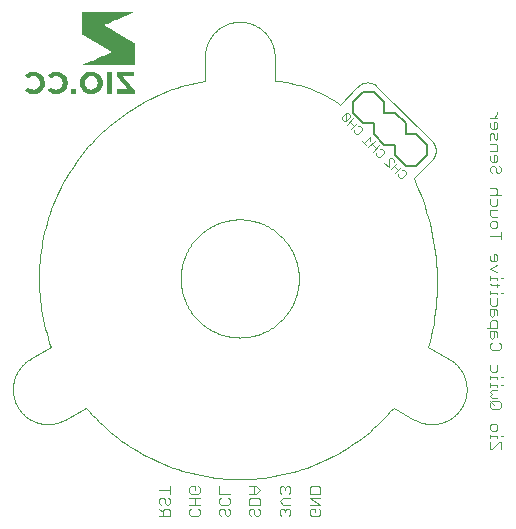
<source format=gbr>
G04 EAGLE Gerber RS-274X export*
G75*
%MOMM*%
%FSLAX34Y34*%
%LPD*%
%INSilkscreen Bottom*%
%IPPOS*%
%AMOC8*
5,1,8,0,0,1.08239X$1,22.5*%
G01*
%ADD10C,0.101600*%
%ADD11C,0.100000*%
%ADD12C,0.203200*%
%ADD13C,0.076200*%

G36*
X144131Y413827D02*
X144131Y413827D01*
X144130Y413828D01*
X144131Y413829D01*
X144131Y432539D01*
X144126Y432544D01*
X144126Y432549D01*
X143890Y432703D01*
X143889Y432703D01*
X142455Y433542D01*
X141022Y434378D01*
X139586Y435214D01*
X138150Y436048D01*
X136713Y436882D01*
X135277Y437716D01*
X133842Y438550D01*
X132404Y439384D01*
X130969Y440218D01*
X129555Y441039D01*
X128141Y441860D01*
X126730Y442683D01*
X123906Y444329D01*
X122496Y445155D01*
X121086Y445984D01*
X119680Y446814D01*
X118304Y447651D01*
X119838Y448336D01*
X121401Y449007D01*
X122968Y449675D01*
X124536Y450341D01*
X126103Y451004D01*
X127672Y451666D01*
X129241Y452328D01*
X130812Y452987D01*
X132418Y453662D01*
X134023Y454336D01*
X135629Y455011D01*
X137235Y455688D01*
X138840Y456363D01*
X140446Y457039D01*
X142050Y457718D01*
X143654Y458400D01*
X143656Y458405D01*
X143661Y458409D01*
X143659Y458411D01*
X143661Y458414D01*
X143654Y458417D01*
X143650Y458423D01*
X142004Y458531D01*
X142003Y458531D01*
X141669Y458535D01*
X141666Y458535D01*
X140560Y458546D01*
X140560Y458547D01*
X140557Y458547D01*
X140304Y458549D01*
X138881Y458558D01*
X138876Y458558D01*
X138605Y458560D01*
X136906Y458568D01*
X135585Y458570D01*
X135570Y458570D01*
X135207Y458571D01*
X133508Y458575D01*
X131809Y458577D01*
X130109Y458578D01*
X128410Y458580D01*
X126711Y458580D01*
X125012Y458582D01*
X121614Y458582D01*
X121495Y458582D01*
X121466Y458582D01*
X119895Y458584D01*
X114738Y458584D01*
X113019Y458586D01*
X109580Y458586D01*
X107861Y458588D01*
X102704Y458588D01*
X100985Y458589D01*
X100985Y458590D01*
X99266Y458590D01*
X99254Y458579D01*
X99255Y458578D01*
X99254Y458578D01*
X99254Y439790D01*
X99259Y439785D01*
X99260Y439780D01*
X100699Y438946D01*
X103581Y437274D01*
X105021Y436439D01*
X106462Y435605D01*
X107901Y434769D01*
X109342Y433933D01*
X110783Y433097D01*
X112223Y432262D01*
X113665Y431426D01*
X115108Y430588D01*
X116549Y429751D01*
X117991Y428911D01*
X119433Y428072D01*
X120875Y427233D01*
X122314Y426389D01*
X123753Y425546D01*
X125165Y424704D01*
X123524Y423989D01*
X121854Y423280D01*
X120185Y422574D01*
X118515Y421870D01*
X116843Y421166D01*
X115170Y420464D01*
X113499Y419761D01*
X111889Y419086D01*
X110278Y418410D01*
X108667Y417735D01*
X107058Y417060D01*
X105446Y416384D01*
X103835Y415709D01*
X100616Y414355D01*
X99419Y413849D01*
X99416Y413843D01*
X99411Y413839D01*
X99413Y413837D01*
X99412Y413835D01*
X99418Y413831D01*
X99423Y413826D01*
X104580Y413826D01*
X106298Y413824D01*
X113174Y413824D01*
X114893Y413822D01*
X121771Y413822D01*
X123490Y413820D01*
X130367Y413820D01*
X132086Y413819D01*
X138962Y413819D01*
X140681Y413817D01*
X144119Y413817D01*
X144131Y413827D01*
G37*
G36*
X108260Y389481D02*
X108260Y389481D01*
X108802Y389494D01*
X108803Y389494D01*
X110067Y389671D01*
X110067Y389672D01*
X110068Y389672D01*
X110069Y389672D01*
X111759Y390275D01*
X111760Y390277D01*
X111761Y390276D01*
X113308Y391189D01*
X113309Y391190D01*
X113310Y391190D01*
X114660Y392373D01*
X114660Y392375D01*
X114661Y392375D01*
X115746Y393754D01*
X115745Y393755D01*
X115747Y393756D01*
X116546Y395316D01*
X116546Y395317D01*
X116547Y395318D01*
X117011Y397010D01*
X117011Y397011D01*
X117012Y397012D01*
X117156Y398758D01*
X117155Y398759D01*
X117156Y398760D01*
X117021Y400552D01*
X117020Y400554D01*
X117020Y400555D01*
X116538Y402287D01*
X116536Y402288D01*
X116537Y402289D01*
X115732Y403876D01*
X115731Y403877D01*
X115731Y403878D01*
X114635Y405281D01*
X114634Y405281D01*
X114634Y405282D01*
X113295Y406458D01*
X113294Y406458D01*
X113294Y406460D01*
X111765Y407370D01*
X111763Y407370D01*
X111763Y407371D01*
X110091Y407988D01*
X110090Y407987D01*
X110089Y407988D01*
X108690Y408213D01*
X108689Y408213D01*
X108261Y408235D01*
X107886Y408254D01*
X107409Y408278D01*
X107273Y408285D01*
X107272Y408284D01*
X107272Y408285D01*
X105858Y408204D01*
X105857Y408203D01*
X105856Y408204D01*
X104091Y407750D01*
X104090Y407749D01*
X104089Y407750D01*
X102425Y407005D01*
X102424Y407004D01*
X102423Y407004D01*
X100914Y405984D01*
X100914Y405982D01*
X100912Y405982D01*
X99929Y404971D01*
X99929Y404970D01*
X99927Y404970D01*
X99114Y403817D01*
X99114Y403816D01*
X99113Y403816D01*
X98458Y402565D01*
X98458Y402564D01*
X98457Y402564D01*
X97986Y401234D01*
X97986Y401232D01*
X97985Y401232D01*
X97769Y399670D01*
X97770Y399669D01*
X97769Y399668D01*
X97769Y398088D01*
X97770Y398087D01*
X97769Y398086D01*
X97987Y396525D01*
X97988Y396524D01*
X97987Y396522D01*
X98549Y394951D01*
X98550Y394951D01*
X98550Y394950D01*
X99371Y393496D01*
X99372Y393495D01*
X99372Y393494D01*
X100434Y392208D01*
X100436Y392208D01*
X100436Y392207D01*
X101711Y391131D01*
X101712Y391131D01*
X101712Y391130D01*
X103155Y390294D01*
X103157Y390295D01*
X103157Y390294D01*
X104552Y389758D01*
X104554Y389758D01*
X104555Y389757D01*
X106029Y389508D01*
X106030Y389509D01*
X106030Y389508D01*
X107524Y389464D01*
X107525Y389465D01*
X107525Y389464D01*
X108260Y389481D01*
G37*
G36*
X144235Y389676D02*
X144235Y389676D01*
X144235Y389677D01*
X144233Y391219D01*
X144230Y392761D01*
X144226Y392765D01*
X144227Y392769D01*
X143228Y393930D01*
X142230Y395089D01*
X140233Y397412D01*
X139234Y398571D01*
X138236Y399733D01*
X137235Y400894D01*
X136237Y402053D01*
X135238Y403215D01*
X134257Y404355D01*
X135844Y404364D01*
X139070Y404382D01*
X140683Y404391D01*
X142296Y404400D01*
X143911Y404409D01*
X143923Y404420D01*
X143922Y404421D01*
X143923Y404421D01*
X143923Y407975D01*
X143912Y407986D01*
X143911Y407986D01*
X143911Y407987D01*
X128958Y407987D01*
X128947Y407976D01*
X128947Y407975D01*
X128946Y407975D01*
X128946Y404942D01*
X128950Y404939D01*
X128949Y404935D01*
X129951Y403768D01*
X130954Y402603D01*
X131956Y401436D01*
X132958Y400271D01*
X133960Y399106D01*
X134962Y397940D01*
X135965Y396775D01*
X136967Y395608D01*
X137969Y394443D01*
X138954Y393296D01*
X138746Y393295D01*
X138741Y393295D01*
X137310Y393287D01*
X136566Y393283D01*
X136561Y393283D01*
X135639Y393278D01*
X134385Y393271D01*
X134380Y393271D01*
X133969Y393268D01*
X132300Y393259D01*
X132208Y393259D01*
X132202Y393259D01*
X130628Y393250D01*
X129872Y393247D01*
X129865Y393247D01*
X128958Y393243D01*
X128946Y393232D01*
X128947Y393232D01*
X128946Y393231D01*
X128946Y389677D01*
X128957Y389666D01*
X128958Y389666D01*
X144223Y389666D01*
X144235Y389676D01*
G37*
G36*
X78797Y389465D02*
X78797Y389465D01*
X78798Y389464D01*
X80506Y389660D01*
X80507Y389662D01*
X80508Y389661D01*
X82077Y390215D01*
X82078Y390216D01*
X82079Y390216D01*
X83530Y391031D01*
X83530Y391033D01*
X83531Y391033D01*
X84802Y392104D01*
X84803Y392106D01*
X84804Y392106D01*
X85854Y393395D01*
X85854Y393397D01*
X85855Y393397D01*
X86658Y394855D01*
X86657Y394856D01*
X86659Y394856D01*
X87214Y396425D01*
X87214Y396427D01*
X87215Y396428D01*
X87387Y397644D01*
X87386Y397645D01*
X87387Y397645D01*
X87402Y398878D01*
X87401Y398878D01*
X87402Y398878D01*
X87372Y400215D01*
X87371Y400216D01*
X87372Y400217D01*
X87114Y401525D01*
X87113Y401526D01*
X87114Y401527D01*
X86547Y402999D01*
X86546Y403000D01*
X86546Y403001D01*
X85756Y404367D01*
X85755Y404367D01*
X85755Y404369D01*
X84744Y405579D01*
X84742Y405579D01*
X84742Y405581D01*
X83535Y406594D01*
X83534Y406594D01*
X83533Y406595D01*
X82167Y407382D01*
X82166Y407381D01*
X82165Y407382D01*
X80690Y407942D01*
X80688Y407941D01*
X80688Y407942D01*
X79128Y408230D01*
X79127Y408229D01*
X79126Y408230D01*
X79117Y408230D01*
X78804Y408242D01*
X78491Y408254D01*
X78178Y408266D01*
X78177Y408266D01*
X77865Y408278D01*
X77864Y408278D01*
X77551Y408290D01*
X77542Y408290D01*
X77541Y408290D01*
X75961Y408149D01*
X75960Y408149D01*
X75959Y408149D01*
X74611Y407853D01*
X74610Y407852D01*
X73318Y407364D01*
X73318Y407363D01*
X73317Y407363D01*
X72126Y406665D01*
X72126Y406663D01*
X72125Y406664D01*
X71035Y405815D01*
X71034Y405815D01*
X70676Y405508D01*
X70675Y405499D01*
X70674Y405498D01*
X70674Y405497D01*
X70674Y405492D01*
X70675Y405492D01*
X70675Y405491D01*
X71317Y404752D01*
X71957Y404015D01*
X73240Y402537D01*
X73247Y402536D01*
X73249Y402536D01*
X73256Y402535D01*
X73257Y402535D01*
X74006Y403098D01*
X75420Y403971D01*
X76995Y404493D01*
X78652Y404521D01*
X80232Y404023D01*
X81511Y403125D01*
X82460Y401884D01*
X83038Y400430D01*
X83237Y398876D01*
X83058Y397321D01*
X82498Y395859D01*
X81573Y394598D01*
X80507Y393764D01*
X79245Y393279D01*
X77895Y393140D01*
X76427Y393288D01*
X75051Y393812D01*
X73836Y394654D01*
X73164Y395208D01*
X73148Y395207D01*
X71853Y393901D01*
X71206Y393250D01*
X70558Y392597D01*
X70558Y392594D01*
X70558Y392593D01*
X70557Y392582D01*
X70559Y392582D01*
X70559Y392580D01*
X71237Y391955D01*
X71238Y391955D01*
X71238Y391954D01*
X72474Y390956D01*
X72475Y390956D01*
X72475Y390955D01*
X73854Y390170D01*
X73856Y390170D01*
X73856Y390169D01*
X75360Y389661D01*
X75361Y389661D01*
X75362Y389660D01*
X77072Y389468D01*
X77073Y389469D01*
X77073Y389468D01*
X78796Y389464D01*
X78797Y389465D01*
G37*
G36*
X59532Y389463D02*
X59532Y389463D01*
X59533Y389463D01*
X61281Y389664D01*
X61283Y389665D01*
X61284Y389664D01*
X62853Y390233D01*
X62854Y390235D01*
X62855Y390234D01*
X64293Y391081D01*
X64293Y391082D01*
X64294Y391082D01*
X65554Y392176D01*
X65555Y392177D01*
X65556Y392177D01*
X66596Y393481D01*
X66596Y393483D01*
X66598Y393483D01*
X67391Y394952D01*
X67391Y394953D01*
X67392Y394953D01*
X67915Y396539D01*
X67915Y396540D01*
X67916Y396541D01*
X67919Y396564D01*
X67926Y396612D01*
X67931Y396647D01*
X67933Y396659D01*
X67938Y396695D01*
X67940Y396707D01*
X67945Y396743D01*
X67952Y396791D01*
X67959Y396838D01*
X67960Y396838D01*
X67959Y396838D01*
X67967Y396886D01*
X67972Y396922D01*
X67974Y396934D01*
X67979Y396970D01*
X67981Y396982D01*
X67986Y397017D01*
X67993Y397065D01*
X68000Y397113D01*
X68007Y397161D01*
X68012Y397196D01*
X68012Y397197D01*
X68014Y397208D01*
X68019Y397244D01*
X68021Y397256D01*
X68026Y397292D01*
X68033Y397340D01*
X68040Y397387D01*
X68040Y397388D01*
X68047Y397435D01*
X68053Y397471D01*
X68054Y397483D01*
X68060Y397519D01*
X68061Y397531D01*
X68067Y397567D01*
X68074Y397614D01*
X68081Y397662D01*
X68088Y397710D01*
X68093Y397746D01*
X68095Y397758D01*
X68100Y397793D01*
X68102Y397805D01*
X68107Y397841D01*
X68114Y397889D01*
X68121Y397937D01*
X68128Y397984D01*
X68134Y398020D01*
X68135Y398032D01*
X68141Y398068D01*
X68142Y398080D01*
X68148Y398116D01*
X68155Y398163D01*
X68159Y398192D01*
X68158Y398194D01*
X68159Y398195D01*
X68115Y399862D01*
X68114Y399863D01*
X68115Y399864D01*
X67813Y401463D01*
X67812Y401464D01*
X67813Y401465D01*
X67253Y402992D01*
X67252Y402992D01*
X67252Y402994D01*
X66437Y404400D01*
X66435Y404400D01*
X66435Y404402D01*
X65380Y405638D01*
X65379Y405638D01*
X65379Y405639D01*
X64120Y406669D01*
X64119Y406669D01*
X64119Y406670D01*
X62699Y407464D01*
X62698Y407464D01*
X62698Y407465D01*
X61167Y408015D01*
X61165Y408014D01*
X61164Y408016D01*
X59398Y408244D01*
X59397Y408244D01*
X59396Y408244D01*
X58030Y408240D01*
X58019Y408240D01*
X57611Y408239D01*
X57611Y408238D01*
X57610Y408239D01*
X55843Y408010D01*
X55842Y408009D01*
X55841Y408010D01*
X54305Y407483D01*
X54304Y407482D01*
X54303Y407482D01*
X52873Y406718D01*
X52872Y406716D01*
X52871Y406717D01*
X52130Y406141D01*
X52130Y406140D01*
X52129Y406140D01*
X51476Y405476D01*
X51476Y405460D01*
X52267Y404471D01*
X52268Y404470D01*
X53105Y403515D01*
X53106Y403515D01*
X53987Y402604D01*
X54001Y402603D01*
X54003Y402603D01*
X54785Y403155D01*
X55956Y403915D01*
X57259Y404404D01*
X58646Y404541D01*
X60101Y404347D01*
X61440Y403756D01*
X62540Y402791D01*
X63330Y401556D01*
X63797Y400220D01*
X63914Y398809D01*
X63724Y397221D01*
X63133Y395737D01*
X62144Y394483D01*
X60825Y393585D01*
X59869Y393230D01*
X58848Y393155D01*
X57290Y393237D01*
X55830Y393768D01*
X54545Y394650D01*
X53826Y395214D01*
X53810Y395213D01*
X52592Y393989D01*
X51372Y392654D01*
X51372Y392638D01*
X52215Y391729D01*
X52216Y391728D01*
X53176Y390937D01*
X53178Y390938D01*
X53178Y390936D01*
X54550Y390192D01*
X54551Y390192D01*
X54551Y390191D01*
X56020Y389668D01*
X56022Y389669D01*
X56023Y389667D01*
X57769Y389464D01*
X57770Y389465D01*
X57770Y389464D01*
X59532Y389463D01*
X59532Y389463D01*
G37*
%LPC*%
G36*
X106066Y393252D02*
X106066Y393252D01*
X104718Y393795D01*
X103576Y394697D01*
X102704Y395863D01*
X102151Y397208D01*
X101997Y398778D01*
X102138Y400269D01*
X102656Y401669D01*
X103549Y402868D01*
X104789Y403846D01*
X106257Y404426D01*
X107830Y404566D01*
X108258Y404483D01*
X109379Y404260D01*
X110862Y403415D01*
X111997Y402134D01*
X112707Y400576D01*
X112948Y398882D01*
X112707Y397128D01*
X111970Y395520D01*
X110762Y394228D01*
X109205Y393387D01*
X108258Y393237D01*
X107645Y393142D01*
X106066Y393252D01*
G37*
%LPD*%
G36*
X124998Y389676D02*
X124998Y389676D01*
X124997Y389677D01*
X124998Y389677D01*
X124998Y407975D01*
X124988Y407986D01*
X124987Y407986D01*
X124986Y407987D01*
X120908Y407987D01*
X120896Y407976D01*
X120897Y407975D01*
X120896Y407975D01*
X120896Y389677D01*
X120906Y389666D01*
X120907Y389666D01*
X120908Y389666D01*
X124986Y389666D01*
X124998Y389676D01*
G37*
G36*
X94677Y389676D02*
X94677Y389676D01*
X94676Y389677D01*
X94677Y389677D01*
X94677Y393860D01*
X94666Y393872D01*
X94665Y393871D01*
X94665Y393872D01*
X90482Y393872D01*
X90470Y393861D01*
X90471Y393861D01*
X90470Y393860D01*
X90470Y389677D01*
X90481Y389666D01*
X90482Y389666D01*
X94665Y389666D01*
X94677Y389676D01*
G37*
D10*
X299981Y38359D02*
X301506Y36834D01*
X301506Y33783D01*
X299981Y32258D01*
X293879Y32258D01*
X292354Y33783D01*
X292354Y36834D01*
X293879Y38359D01*
X296930Y38359D01*
X296930Y35309D01*
X292354Y41613D02*
X301506Y41613D01*
X292354Y47714D01*
X301506Y47714D01*
X301506Y50968D02*
X292354Y50968D01*
X292354Y55544D01*
X293879Y57070D01*
X299981Y57070D01*
X301506Y55544D01*
X301506Y50968D01*
X276106Y33783D02*
X274581Y32258D01*
X276106Y33783D02*
X276106Y36834D01*
X274581Y38359D01*
X273055Y38359D01*
X271530Y36834D01*
X271530Y35309D01*
X271530Y36834D02*
X270005Y38359D01*
X268479Y38359D01*
X266954Y36834D01*
X266954Y33783D01*
X268479Y32258D01*
X270005Y41613D02*
X276106Y41613D01*
X270005Y41613D02*
X266954Y44664D01*
X270005Y47714D01*
X276106Y47714D01*
X274581Y50968D02*
X276106Y52494D01*
X276106Y55544D01*
X274581Y57070D01*
X273055Y57070D01*
X271530Y55544D01*
X271530Y54019D01*
X271530Y55544D02*
X270005Y57070D01*
X268479Y57070D01*
X266954Y55544D01*
X266954Y52494D01*
X268479Y50968D01*
X250198Y36834D02*
X248673Y38359D01*
X250198Y36834D02*
X250198Y33783D01*
X248673Y32258D01*
X247147Y32258D01*
X245622Y33783D01*
X245622Y36834D01*
X244097Y38359D01*
X242571Y38359D01*
X241046Y36834D01*
X241046Y33783D01*
X242571Y32258D01*
X241046Y41613D02*
X250198Y41613D01*
X241046Y41613D02*
X241046Y46189D01*
X242571Y47714D01*
X248673Y47714D01*
X250198Y46189D01*
X250198Y41613D01*
X247147Y50968D02*
X241046Y50968D01*
X247147Y50968D02*
X250198Y54019D01*
X247147Y57070D01*
X241046Y57070D01*
X245622Y57070D02*
X245622Y50968D01*
X225052Y36834D02*
X223527Y38359D01*
X225052Y36834D02*
X225052Y33783D01*
X223527Y32258D01*
X222001Y32258D01*
X220476Y33783D01*
X220476Y36834D01*
X218951Y38359D01*
X217425Y38359D01*
X215900Y36834D01*
X215900Y33783D01*
X217425Y32258D01*
X225052Y46189D02*
X223527Y47714D01*
X225052Y46189D02*
X225052Y43138D01*
X223527Y41613D01*
X217425Y41613D01*
X215900Y43138D01*
X215900Y46189D01*
X217425Y47714D01*
X215900Y50968D02*
X225052Y50968D01*
X215900Y50968D02*
X215900Y57070D01*
X198127Y38359D02*
X199652Y36834D01*
X199652Y33783D01*
X198127Y32258D01*
X192025Y32258D01*
X190500Y33783D01*
X190500Y36834D01*
X192025Y38359D01*
X190500Y41613D02*
X199652Y41613D01*
X195076Y41613D02*
X195076Y47714D01*
X199652Y47714D02*
X190500Y47714D01*
X199652Y55544D02*
X198127Y57070D01*
X199652Y55544D02*
X199652Y52494D01*
X198127Y50968D01*
X192025Y50968D01*
X190500Y52494D01*
X190500Y55544D01*
X192025Y57070D01*
X195076Y57070D01*
X195076Y54019D01*
X174252Y32258D02*
X165100Y32258D01*
X174252Y32258D02*
X174252Y36834D01*
X172727Y38359D01*
X169676Y38359D01*
X168151Y36834D01*
X168151Y32258D01*
X168151Y35309D02*
X165100Y38359D01*
X174252Y46189D02*
X172727Y47714D01*
X174252Y46189D02*
X174252Y43138D01*
X172727Y41613D01*
X171201Y41613D01*
X169676Y43138D01*
X169676Y46189D01*
X168151Y47714D01*
X166625Y47714D01*
X165100Y46189D01*
X165100Y43138D01*
X166625Y41613D01*
X165100Y54019D02*
X174252Y54019D01*
X174252Y50968D02*
X174252Y57070D01*
X454414Y88646D02*
X454414Y94747D01*
X452889Y94747D01*
X446787Y88646D01*
X445262Y88646D01*
X445262Y94747D01*
X451363Y98001D02*
X451363Y99526D01*
X445262Y99526D01*
X445262Y98001D02*
X445262Y101052D01*
X454414Y99526D02*
X455939Y99526D01*
X445262Y105763D02*
X445262Y108814D01*
X446787Y110339D01*
X449838Y110339D01*
X451363Y108814D01*
X451363Y105763D01*
X449838Y104238D01*
X446787Y104238D01*
X445262Y105763D01*
X446787Y122948D02*
X452889Y122948D01*
X454414Y124474D01*
X454414Y127524D01*
X452889Y129050D01*
X446787Y129050D01*
X445262Y127524D01*
X445262Y124474D01*
X446787Y122948D01*
X448313Y125999D02*
X445262Y129050D01*
X446787Y132304D02*
X451363Y132304D01*
X446787Y132304D02*
X445262Y133829D01*
X446787Y135354D01*
X445262Y136879D01*
X446787Y138405D01*
X451363Y138405D01*
X451363Y141659D02*
X451363Y143184D01*
X445262Y143184D01*
X445262Y141659D02*
X445262Y144709D01*
X454414Y143184D02*
X455939Y143184D01*
X451363Y147896D02*
X451363Y149421D01*
X445262Y149421D01*
X445262Y147896D02*
X445262Y150946D01*
X454414Y149421D02*
X455939Y149421D01*
X451363Y155658D02*
X451363Y160233D01*
X451363Y155658D02*
X449838Y154132D01*
X446787Y154132D01*
X445262Y155658D01*
X445262Y160233D01*
X454414Y177419D02*
X452889Y178944D01*
X454414Y177419D02*
X454414Y174368D01*
X452889Y172843D01*
X446787Y172843D01*
X445262Y174368D01*
X445262Y177419D01*
X446787Y178944D01*
X451363Y183723D02*
X451363Y186774D01*
X449838Y188299D01*
X445262Y188299D01*
X445262Y183723D01*
X446787Y182198D01*
X448313Y183723D01*
X448313Y188299D01*
X451363Y191553D02*
X442211Y191553D01*
X451363Y191553D02*
X451363Y196129D01*
X449838Y197654D01*
X446787Y197654D01*
X445262Y196129D01*
X445262Y191553D01*
X451363Y202434D02*
X451363Y205484D01*
X449838Y207009D01*
X445262Y207009D01*
X445262Y202434D01*
X446787Y200908D01*
X448313Y202434D01*
X448313Y207009D01*
X451363Y211789D02*
X451363Y216365D01*
X451363Y211789D02*
X449838Y210263D01*
X446787Y210263D01*
X445262Y211789D01*
X445262Y216365D01*
X451363Y219619D02*
X451363Y221144D01*
X445262Y221144D01*
X445262Y219619D02*
X445262Y222669D01*
X454414Y221144D02*
X455939Y221144D01*
X452889Y227381D02*
X446787Y227381D01*
X445262Y228906D01*
X451363Y228906D02*
X451363Y225855D01*
X451363Y232092D02*
X451363Y233617D01*
X445262Y233617D01*
X445262Y232092D02*
X445262Y235143D01*
X454414Y233617D02*
X455939Y233617D01*
X451363Y238329D02*
X445262Y241380D01*
X451363Y244430D01*
X445262Y249209D02*
X445262Y252260D01*
X445262Y249209D02*
X446787Y247684D01*
X449838Y247684D01*
X451363Y249209D01*
X451363Y252260D01*
X449838Y253785D01*
X448313Y253785D01*
X448313Y247684D01*
X445262Y269445D02*
X454414Y269445D01*
X454414Y266395D02*
X454414Y272496D01*
X445262Y277275D02*
X445262Y280326D01*
X446787Y281851D01*
X449838Y281851D01*
X451363Y280326D01*
X451363Y277275D01*
X449838Y275750D01*
X446787Y275750D01*
X445262Y277275D01*
X446787Y285105D02*
X451363Y285105D01*
X446787Y285105D02*
X445262Y286630D01*
X445262Y291206D01*
X451363Y291206D01*
X451363Y295985D02*
X451363Y300561D01*
X451363Y295985D02*
X449838Y294460D01*
X446787Y294460D01*
X445262Y295985D01*
X445262Y300561D01*
X445262Y303815D02*
X454414Y303815D01*
X451363Y305341D02*
X449838Y303815D01*
X451363Y305341D02*
X451363Y308391D01*
X449838Y309916D01*
X445262Y309916D01*
X454414Y327102D02*
X452889Y328627D01*
X454414Y327102D02*
X454414Y324051D01*
X452889Y322526D01*
X451363Y322526D01*
X449838Y324051D01*
X449838Y327102D01*
X448313Y328627D01*
X446787Y328627D01*
X445262Y327102D01*
X445262Y324051D01*
X446787Y322526D01*
X445262Y333406D02*
X445262Y336457D01*
X445262Y333406D02*
X446787Y331881D01*
X449838Y331881D01*
X451363Y333406D01*
X451363Y336457D01*
X449838Y337982D01*
X448313Y337982D01*
X448313Y331881D01*
X445262Y341236D02*
X451363Y341236D01*
X451363Y345812D01*
X449838Y347337D01*
X445262Y347337D01*
X445262Y350591D02*
X445262Y355167D01*
X446787Y356692D01*
X448313Y355167D01*
X448313Y352116D01*
X449838Y350591D01*
X451363Y352116D01*
X451363Y356692D01*
X445262Y361472D02*
X445262Y364522D01*
X445262Y361472D02*
X446787Y359946D01*
X449838Y359946D01*
X451363Y361472D01*
X451363Y364522D01*
X449838Y366048D01*
X448313Y366048D01*
X448313Y359946D01*
X445262Y369302D02*
X451363Y369302D01*
X448313Y369302D02*
X451363Y372352D01*
X451363Y373877D01*
D11*
X183200Y233200D02*
X183215Y234427D01*
X183260Y235653D01*
X183335Y236878D01*
X183441Y238101D01*
X183576Y239321D01*
X183741Y240537D01*
X183936Y241748D01*
X184161Y242955D01*
X184415Y244155D01*
X184698Y245349D01*
X185011Y246536D01*
X185353Y247714D01*
X185724Y248884D01*
X186123Y250044D01*
X186550Y251195D01*
X187006Y252334D01*
X187490Y253462D01*
X188001Y254578D01*
X188539Y255681D01*
X189104Y256770D01*
X189696Y257845D01*
X190314Y258905D01*
X190957Y259950D01*
X191627Y260979D01*
X192321Y261990D01*
X193040Y262985D01*
X193783Y263962D01*
X194549Y264920D01*
X195340Y265859D01*
X196152Y266778D01*
X196988Y267677D01*
X197845Y268555D01*
X198723Y269412D01*
X199622Y270248D01*
X200541Y271060D01*
X201480Y271851D01*
X202438Y272617D01*
X203415Y273360D01*
X204410Y274079D01*
X205421Y274773D01*
X206450Y275443D01*
X207495Y276086D01*
X208555Y276704D01*
X209630Y277296D01*
X210719Y277861D01*
X211822Y278399D01*
X212938Y278910D01*
X214066Y279394D01*
X215205Y279850D01*
X216356Y280277D01*
X217516Y280676D01*
X218686Y281047D01*
X219864Y281389D01*
X221051Y281702D01*
X222245Y281985D01*
X223445Y282239D01*
X224652Y282464D01*
X225863Y282659D01*
X227079Y282824D01*
X228299Y282959D01*
X229522Y283065D01*
X230747Y283140D01*
X231973Y283185D01*
X233200Y283200D01*
X234427Y283185D01*
X235653Y283140D01*
X236878Y283065D01*
X238101Y282959D01*
X239321Y282824D01*
X240537Y282659D01*
X241748Y282464D01*
X242955Y282239D01*
X244155Y281985D01*
X245349Y281702D01*
X246536Y281389D01*
X247714Y281047D01*
X248884Y280676D01*
X250044Y280277D01*
X251195Y279850D01*
X252334Y279394D01*
X253462Y278910D01*
X254578Y278399D01*
X255681Y277861D01*
X256770Y277296D01*
X257845Y276704D01*
X258905Y276086D01*
X259950Y275443D01*
X260979Y274773D01*
X261990Y274079D01*
X262985Y273360D01*
X263962Y272617D01*
X264920Y271851D01*
X265859Y271060D01*
X266778Y270248D01*
X267677Y269412D01*
X268555Y268555D01*
X269412Y267677D01*
X270248Y266778D01*
X271060Y265859D01*
X271851Y264920D01*
X272617Y263962D01*
X273360Y262985D01*
X274079Y261990D01*
X274773Y260979D01*
X275443Y259950D01*
X276086Y258905D01*
X276704Y257845D01*
X277296Y256770D01*
X277861Y255681D01*
X278399Y254578D01*
X278910Y253462D01*
X279394Y252334D01*
X279850Y251195D01*
X280277Y250044D01*
X280676Y248884D01*
X281047Y247714D01*
X281389Y246536D01*
X281702Y245349D01*
X281985Y244155D01*
X282239Y242955D01*
X282464Y241748D01*
X282659Y240537D01*
X282824Y239321D01*
X282959Y238101D01*
X283065Y236878D01*
X283140Y235653D01*
X283185Y234427D01*
X283200Y233200D01*
X283185Y231973D01*
X283140Y230747D01*
X283065Y229522D01*
X282959Y228299D01*
X282824Y227079D01*
X282659Y225863D01*
X282464Y224652D01*
X282239Y223445D01*
X281985Y222245D01*
X281702Y221051D01*
X281389Y219864D01*
X281047Y218686D01*
X280676Y217516D01*
X280277Y216356D01*
X279850Y215205D01*
X279394Y214066D01*
X278910Y212938D01*
X278399Y211822D01*
X277861Y210719D01*
X277296Y209630D01*
X276704Y208555D01*
X276086Y207495D01*
X275443Y206450D01*
X274773Y205421D01*
X274079Y204410D01*
X273360Y203415D01*
X272617Y202438D01*
X271851Y201480D01*
X271060Y200541D01*
X270248Y199622D01*
X269412Y198723D01*
X268555Y197845D01*
X267677Y196988D01*
X266778Y196152D01*
X265859Y195340D01*
X264920Y194549D01*
X263962Y193783D01*
X262985Y193040D01*
X261990Y192321D01*
X260979Y191627D01*
X259950Y190957D01*
X258905Y190314D01*
X257845Y189696D01*
X256770Y189104D01*
X255681Y188539D01*
X254578Y188001D01*
X253462Y187490D01*
X252334Y187006D01*
X251195Y186550D01*
X250044Y186123D01*
X248884Y185724D01*
X247714Y185353D01*
X246536Y185011D01*
X245349Y184698D01*
X244155Y184415D01*
X242955Y184161D01*
X241748Y183936D01*
X240537Y183741D01*
X239321Y183576D01*
X238101Y183441D01*
X236878Y183335D01*
X235653Y183260D01*
X234427Y183215D01*
X233200Y183200D01*
X231973Y183215D01*
X230747Y183260D01*
X229522Y183335D01*
X228299Y183441D01*
X227079Y183576D01*
X225863Y183741D01*
X224652Y183936D01*
X223445Y184161D01*
X222245Y184415D01*
X221051Y184698D01*
X219864Y185011D01*
X218686Y185353D01*
X217516Y185724D01*
X216356Y186123D01*
X215205Y186550D01*
X214066Y187006D01*
X212938Y187490D01*
X211822Y188001D01*
X210719Y188539D01*
X209630Y189104D01*
X208555Y189696D01*
X207495Y190314D01*
X206450Y190957D01*
X205421Y191627D01*
X204410Y192321D01*
X203415Y193040D01*
X202438Y193783D01*
X201480Y194549D01*
X200541Y195340D01*
X199622Y196152D01*
X198723Y196988D01*
X197845Y197845D01*
X196988Y198723D01*
X196152Y199622D01*
X195340Y200541D01*
X194549Y201480D01*
X193783Y202438D01*
X193040Y203415D01*
X192321Y204410D01*
X191627Y205421D01*
X190957Y206450D01*
X190314Y207495D01*
X189696Y208555D01*
X189104Y209630D01*
X188539Y210719D01*
X188001Y211822D01*
X187490Y212938D01*
X187006Y214066D01*
X186550Y215205D01*
X186123Y216356D01*
X185724Y217516D01*
X185353Y218686D01*
X185011Y219864D01*
X184698Y221051D01*
X184415Y222245D01*
X184161Y223445D01*
X183936Y224652D01*
X183741Y225863D01*
X183576Y227079D01*
X183441Y228299D01*
X183335Y229522D01*
X183260Y230747D01*
X183215Y231973D01*
X183200Y233200D01*
X262720Y400617D02*
X265421Y400348D01*
X268115Y400015D01*
X270800Y399618D01*
X273475Y399158D01*
X276139Y398633D01*
X278789Y398046D01*
X281424Y397395D01*
X284044Y396682D01*
X286645Y395907D01*
X289227Y395070D01*
X291789Y394173D01*
X294329Y393214D01*
X296845Y392195D01*
X299336Y391116D01*
X301800Y389979D01*
X304237Y388783D01*
X306645Y387530D01*
X309022Y386220D01*
X311368Y384853D01*
X313680Y383431D01*
X315958Y381954D01*
X318200Y380424D01*
X332698Y395065D01*
X332876Y395273D01*
X333058Y395477D01*
X333245Y395676D01*
X333437Y395870D01*
X333634Y396060D01*
X333835Y396245D01*
X334040Y396426D01*
X334250Y396601D01*
X334464Y396771D01*
X334682Y396936D01*
X334904Y397095D01*
X335130Y397250D01*
X335359Y397398D01*
X335592Y397541D01*
X335829Y397679D01*
X336068Y397810D01*
X336311Y397936D01*
X336556Y398056D01*
X336805Y398170D01*
X337056Y398278D01*
X337310Y398380D01*
X337566Y398475D01*
X337824Y398565D01*
X338085Y398648D01*
X338347Y398725D01*
X338611Y398795D01*
X338877Y398859D01*
X339144Y398917D01*
X339413Y398968D01*
X339682Y399013D01*
X339953Y399051D01*
X340225Y399082D01*
X340497Y399107D01*
X340769Y399126D01*
X341043Y399138D01*
X341316Y399143D01*
X341589Y399141D01*
X341862Y399133D01*
X342135Y399119D01*
X342408Y399098D01*
X342680Y399070D01*
X342951Y399035D01*
X343221Y398995D01*
X343491Y398947D01*
X343759Y398893D01*
X344025Y398833D01*
X344290Y398766D01*
X344554Y398693D01*
X344815Y398614D01*
X345075Y398528D01*
X345332Y398436D01*
X345587Y398337D01*
X345840Y398233D01*
X346090Y398123D01*
X346337Y398006D01*
X346582Y397884D01*
X346823Y397756D01*
X347061Y397621D01*
X347296Y397482D01*
X347528Y397336D01*
X347756Y397185D01*
X347980Y397029D01*
X348200Y396867D01*
X348417Y396700D01*
X348629Y396528D01*
X396528Y348629D01*
X396700Y348417D01*
X396867Y348200D01*
X397029Y347980D01*
X397185Y347756D01*
X397336Y347528D01*
X397482Y347296D01*
X397621Y347061D01*
X397756Y346823D01*
X397884Y346582D01*
X398006Y346337D01*
X398123Y346090D01*
X398233Y345840D01*
X398337Y345587D01*
X398436Y345332D01*
X398528Y345075D01*
X398614Y344815D01*
X398693Y344554D01*
X398766Y344290D01*
X398833Y344025D01*
X398893Y343759D01*
X398947Y343491D01*
X398995Y343221D01*
X399035Y342951D01*
X399070Y342680D01*
X399098Y342408D01*
X399119Y342135D01*
X399133Y341862D01*
X399141Y341589D01*
X399143Y341316D01*
X399138Y341043D01*
X399126Y340769D01*
X399107Y340497D01*
X399082Y340225D01*
X399051Y339953D01*
X399013Y339682D01*
X398968Y339413D01*
X398917Y339144D01*
X398859Y338877D01*
X398795Y338611D01*
X398725Y338347D01*
X398648Y338085D01*
X398565Y337824D01*
X398475Y337566D01*
X398380Y337310D01*
X398278Y337056D01*
X398170Y336805D01*
X398056Y336556D01*
X397936Y336311D01*
X397810Y336068D01*
X397679Y335829D01*
X397541Y335592D01*
X397398Y335359D01*
X397250Y335130D01*
X397095Y334904D01*
X396936Y334682D01*
X396771Y334464D01*
X396601Y334250D01*
X396426Y334040D01*
X396245Y333835D01*
X396060Y333634D01*
X395870Y333437D01*
X395676Y333245D01*
X395477Y333058D01*
X395273Y332876D01*
X395065Y332698D01*
X380424Y318200D01*
X380425Y318200D02*
X382506Y313592D01*
X384477Y308935D01*
X386334Y304232D01*
X388078Y299485D01*
X389707Y294698D01*
X391220Y289873D01*
X392617Y285013D01*
X393897Y280121D01*
X395058Y275199D01*
X396100Y270251D01*
X397023Y265279D01*
X397826Y260286D01*
X398509Y255276D01*
X399071Y250250D01*
X399512Y245213D01*
X399831Y240166D01*
X400029Y235113D01*
X400105Y230057D01*
X400059Y225000D01*
X399892Y219946D01*
X399603Y214898D01*
X399193Y209858D01*
X398661Y204829D01*
X398009Y199815D01*
X397236Y194817D01*
X396343Y189840D01*
X395330Y184886D01*
X394198Y179957D01*
X392949Y175057D01*
X392948Y175057D02*
X410518Y164947D01*
X411137Y164580D01*
X411746Y164197D01*
X412347Y163800D01*
X412937Y163389D01*
X413517Y162963D01*
X414087Y162523D01*
X414645Y162070D01*
X415193Y161602D01*
X415729Y161122D01*
X416253Y160629D01*
X416765Y160123D01*
X417264Y159605D01*
X417751Y159075D01*
X418225Y158533D01*
X418685Y157980D01*
X419132Y157416D01*
X419565Y156841D01*
X419983Y156256D01*
X420388Y155661D01*
X420777Y155056D01*
X421152Y154441D01*
X421512Y153818D01*
X421857Y153186D01*
X422186Y152546D01*
X422499Y151899D01*
X422796Y151243D01*
X423078Y150581D01*
X423343Y149912D01*
X423592Y149237D01*
X423824Y148556D01*
X424040Y147869D01*
X424239Y147178D01*
X424421Y146481D01*
X424586Y145781D01*
X424734Y145077D01*
X424865Y144369D01*
X424978Y143658D01*
X425074Y142945D01*
X425153Y142230D01*
X425214Y141513D01*
X425258Y140795D01*
X425284Y140076D01*
X425293Y139356D01*
X425284Y138636D01*
X425258Y137917D01*
X425214Y137199D01*
X425153Y136482D01*
X425074Y135767D01*
X424978Y135053D01*
X424865Y134343D01*
X424734Y133635D01*
X424586Y132931D01*
X424421Y132230D01*
X424239Y131534D01*
X424040Y130843D01*
X423824Y130156D01*
X423592Y129475D01*
X423343Y128800D01*
X423078Y128131D01*
X422796Y127469D01*
X422499Y126813D01*
X422186Y126165D01*
X421857Y125525D01*
X421512Y124894D01*
X421152Y124270D01*
X420777Y123656D01*
X420388Y123051D01*
X419983Y122456D01*
X419565Y121871D01*
X419132Y121296D01*
X418685Y120732D01*
X418225Y120178D01*
X417751Y119637D01*
X417264Y119107D01*
X416765Y118589D01*
X416253Y118083D01*
X415729Y117590D01*
X415193Y117109D01*
X414645Y116642D01*
X414087Y116189D01*
X413517Y115749D01*
X412937Y115323D01*
X412347Y114912D01*
X411746Y114515D01*
X411137Y114132D01*
X410518Y113765D01*
X409890Y113413D01*
X409254Y113076D01*
X408611Y112755D01*
X407959Y112449D01*
X407300Y112160D01*
X406634Y111886D01*
X405962Y111629D01*
X405284Y111389D01*
X404600Y111165D01*
X403911Y110957D01*
X403217Y110767D01*
X402519Y110593D01*
X401816Y110437D01*
X401110Y110298D01*
X400401Y110175D01*
X399689Y110071D01*
X398975Y109983D01*
X398259Y109913D01*
X397541Y109861D01*
X396822Y109826D01*
X396103Y109808D01*
X395383Y109808D01*
X394664Y109826D01*
X393945Y109861D01*
X393227Y109913D01*
X392511Y109983D01*
X391797Y110071D01*
X391085Y110175D01*
X390376Y110298D01*
X389670Y110437D01*
X388967Y110593D01*
X388269Y110767D01*
X387575Y110957D01*
X386886Y111165D01*
X386202Y111389D01*
X385524Y111629D01*
X384852Y111886D01*
X384186Y112160D01*
X383527Y112449D01*
X382875Y112755D01*
X382231Y113076D01*
X381596Y113413D01*
X380968Y113765D01*
X363428Y123926D01*
X363428Y123925D02*
X360741Y120801D01*
X357980Y117743D01*
X355144Y114752D01*
X352238Y111831D01*
X349261Y108982D01*
X346216Y106205D01*
X343105Y103503D01*
X339929Y100877D01*
X336690Y98329D01*
X333391Y95860D01*
X330032Y93472D01*
X326617Y91166D01*
X323147Y88944D01*
X319624Y86806D01*
X316050Y84754D01*
X312428Y82790D01*
X308759Y80913D01*
X305046Y79127D01*
X301290Y77431D01*
X297494Y75826D01*
X293661Y74314D01*
X289792Y72895D01*
X285890Y71570D01*
X281957Y70341D01*
X277995Y69207D01*
X274007Y68169D01*
X269995Y67229D01*
X265961Y66386D01*
X261908Y65641D01*
X257839Y64994D01*
X253754Y64446D01*
X249658Y63998D01*
X245552Y63648D01*
X241439Y63399D01*
X237321Y63249D01*
X233200Y63199D01*
X229079Y63249D01*
X224961Y63399D01*
X220848Y63648D01*
X216742Y63998D01*
X212646Y64446D01*
X208561Y64994D01*
X204492Y65641D01*
X200439Y66386D01*
X196405Y67229D01*
X192393Y68169D01*
X188405Y69207D01*
X184443Y70341D01*
X180510Y71570D01*
X176608Y72895D01*
X172739Y74314D01*
X168906Y75826D01*
X165110Y77431D01*
X161354Y79127D01*
X157641Y80913D01*
X153972Y82790D01*
X150350Y84754D01*
X146776Y86806D01*
X143253Y88944D01*
X139783Y91166D01*
X136368Y93472D01*
X133009Y95860D01*
X129710Y98329D01*
X126471Y100877D01*
X123295Y103503D01*
X120184Y106205D01*
X117139Y108982D01*
X114162Y111831D01*
X111256Y114752D01*
X108420Y117743D01*
X105659Y120801D01*
X102972Y123925D01*
X102972Y123926D02*
X85432Y113765D01*
X84804Y113413D01*
X84169Y113076D01*
X83525Y112755D01*
X82873Y112449D01*
X82214Y112160D01*
X81548Y111886D01*
X80876Y111629D01*
X80198Y111389D01*
X79514Y111165D01*
X78825Y110957D01*
X78131Y110767D01*
X77433Y110593D01*
X76730Y110437D01*
X76024Y110298D01*
X75315Y110175D01*
X74603Y110071D01*
X73889Y109983D01*
X73173Y109913D01*
X72455Y109861D01*
X71736Y109826D01*
X71017Y109808D01*
X70297Y109808D01*
X69578Y109826D01*
X68859Y109861D01*
X68141Y109913D01*
X67425Y109983D01*
X66711Y110071D01*
X65999Y110175D01*
X65290Y110298D01*
X64584Y110437D01*
X63881Y110593D01*
X63183Y110767D01*
X62489Y110957D01*
X61800Y111165D01*
X61116Y111389D01*
X60438Y111629D01*
X59766Y111886D01*
X59100Y112160D01*
X58441Y112449D01*
X57789Y112755D01*
X57146Y113076D01*
X56510Y113413D01*
X55882Y113765D01*
X55263Y114132D01*
X54654Y114515D01*
X54053Y114912D01*
X53463Y115323D01*
X52883Y115749D01*
X52313Y116189D01*
X51755Y116642D01*
X51207Y117109D01*
X50671Y117590D01*
X50147Y118083D01*
X49635Y118589D01*
X49136Y119107D01*
X48649Y119637D01*
X48175Y120178D01*
X47715Y120732D01*
X47268Y121296D01*
X46835Y121871D01*
X46417Y122456D01*
X46012Y123051D01*
X45623Y123656D01*
X45248Y124270D01*
X44888Y124894D01*
X44543Y125525D01*
X44214Y126165D01*
X43901Y126813D01*
X43604Y127469D01*
X43322Y128131D01*
X43057Y128800D01*
X42808Y129475D01*
X42576Y130156D01*
X42360Y130843D01*
X42161Y131534D01*
X41979Y132230D01*
X41814Y132931D01*
X41666Y133635D01*
X41535Y134343D01*
X41422Y135053D01*
X41326Y135767D01*
X41247Y136482D01*
X41186Y137199D01*
X41142Y137917D01*
X41116Y138636D01*
X41107Y139356D01*
X41116Y140076D01*
X41142Y140795D01*
X41186Y141513D01*
X41247Y142230D01*
X41326Y142945D01*
X41422Y143658D01*
X41535Y144369D01*
X41666Y145077D01*
X41814Y145781D01*
X41979Y146481D01*
X42161Y147178D01*
X42360Y147869D01*
X42576Y148556D01*
X42808Y149237D01*
X43057Y149912D01*
X43322Y150581D01*
X43604Y151243D01*
X43901Y151899D01*
X44214Y152546D01*
X44543Y153186D01*
X44888Y153818D01*
X45248Y154441D01*
X45623Y155056D01*
X46012Y155661D01*
X46417Y156256D01*
X46835Y156841D01*
X47268Y157416D01*
X47715Y157980D01*
X48175Y158533D01*
X48649Y159075D01*
X49136Y159605D01*
X49635Y160123D01*
X50147Y160629D01*
X50671Y161122D01*
X51207Y161602D01*
X51755Y162070D01*
X52313Y162523D01*
X52883Y162963D01*
X53463Y163389D01*
X54053Y163800D01*
X54654Y164197D01*
X55263Y164580D01*
X55882Y164947D01*
X73452Y175057D01*
X72090Y178946D01*
X70822Y182867D01*
X69650Y186818D01*
X68574Y190795D01*
X67594Y194798D01*
X66712Y198823D01*
X65928Y202869D01*
X65242Y206932D01*
X64654Y211011D01*
X64166Y215103D01*
X63777Y219205D01*
X63488Y223316D01*
X63298Y227432D01*
X63208Y231552D01*
X63218Y235673D01*
X63328Y239792D01*
X63538Y243908D01*
X63847Y248017D01*
X64256Y252117D01*
X64764Y256207D01*
X65371Y260283D01*
X66077Y264343D01*
X66881Y268384D01*
X67782Y272405D01*
X68781Y276403D01*
X69877Y280376D01*
X71068Y284320D01*
X72355Y288235D01*
X73736Y292118D01*
X75211Y295966D01*
X76779Y299776D01*
X78439Y303548D01*
X80189Y307279D01*
X82030Y310966D01*
X83959Y314607D01*
X85976Y318200D01*
X88079Y321744D01*
X90268Y325235D01*
X92541Y328673D01*
X94896Y332054D01*
X97333Y335377D01*
X99850Y338640D01*
X102445Y341842D01*
X105116Y344979D01*
X107863Y348051D01*
X110684Y351055D01*
X113576Y353990D01*
X116539Y356854D01*
X119571Y359645D01*
X122669Y362362D01*
X125832Y365003D01*
X129058Y367567D01*
X132346Y370052D01*
X135692Y372456D01*
X139096Y374779D01*
X142556Y377018D01*
X146068Y379173D01*
X149632Y381242D01*
X153245Y383224D01*
X156905Y385118D01*
X160609Y386922D01*
X164357Y388637D01*
X168144Y390260D01*
X171970Y391790D01*
X175832Y393228D01*
X179728Y394571D01*
X183655Y395820D01*
X187611Y396973D01*
X191594Y398030D01*
X195602Y398990D01*
X199631Y399853D01*
X203680Y400617D01*
X203650Y420888D01*
X203659Y421608D01*
X203685Y422327D01*
X203729Y423045D01*
X203790Y423762D01*
X203869Y424477D01*
X203965Y425191D01*
X204078Y425901D01*
X204209Y426609D01*
X204357Y427313D01*
X204522Y428014D01*
X204704Y428710D01*
X204903Y429401D01*
X205119Y430088D01*
X205351Y430769D01*
X205600Y431444D01*
X205865Y432113D01*
X206147Y432775D01*
X206444Y433431D01*
X206757Y434079D01*
X207086Y434719D01*
X207431Y435350D01*
X207791Y435974D01*
X208166Y436588D01*
X208555Y437193D01*
X208960Y437788D01*
X209378Y438373D01*
X209811Y438948D01*
X210258Y439512D01*
X210718Y440066D01*
X211192Y440607D01*
X211679Y441137D01*
X212178Y441655D01*
X212690Y442161D01*
X213214Y442654D01*
X213750Y443134D01*
X214298Y443602D01*
X214856Y444055D01*
X215426Y444495D01*
X216006Y444921D01*
X216596Y445332D01*
X217197Y445729D01*
X217806Y446112D01*
X218425Y446479D01*
X219053Y446831D01*
X219688Y447168D01*
X220332Y447489D01*
X220984Y447795D01*
X221643Y448084D01*
X222309Y448358D01*
X222981Y448615D01*
X223659Y448855D01*
X224343Y449079D01*
X225032Y449287D01*
X225726Y449477D01*
X226424Y449651D01*
X227127Y449807D01*
X227833Y449946D01*
X228542Y450069D01*
X229254Y450173D01*
X229968Y450261D01*
X230684Y450331D01*
X231402Y450383D01*
X232121Y450418D01*
X232840Y450436D01*
X233560Y450436D01*
X234279Y450418D01*
X234998Y450383D01*
X235716Y450331D01*
X236432Y450261D01*
X237146Y450173D01*
X237858Y450069D01*
X238567Y449946D01*
X239273Y449807D01*
X239976Y449651D01*
X240674Y449477D01*
X241368Y449287D01*
X242057Y449079D01*
X242741Y448855D01*
X243419Y448615D01*
X244091Y448358D01*
X244757Y448084D01*
X245416Y447795D01*
X246068Y447489D01*
X246712Y447168D01*
X247347Y446831D01*
X247975Y446479D01*
X248594Y446112D01*
X249203Y445729D01*
X249804Y445332D01*
X250394Y444921D01*
X250974Y444495D01*
X251544Y444055D01*
X252102Y443602D01*
X252650Y443134D01*
X253186Y442654D01*
X253710Y442161D01*
X254222Y441655D01*
X254721Y441137D01*
X255208Y440607D01*
X255682Y440066D01*
X256142Y439512D01*
X256589Y438948D01*
X257022Y438373D01*
X257440Y437788D01*
X257845Y437193D01*
X258234Y436588D01*
X258609Y435974D01*
X258969Y435350D01*
X259314Y434719D01*
X259643Y434079D01*
X259956Y433431D01*
X260253Y432775D01*
X260535Y432113D01*
X260800Y431444D01*
X261049Y430769D01*
X261281Y430088D01*
X261497Y429401D01*
X261696Y428710D01*
X261878Y428014D01*
X262043Y427313D01*
X262191Y426609D01*
X262322Y425901D01*
X262435Y425191D01*
X262531Y424477D01*
X262610Y423762D01*
X262671Y423045D01*
X262715Y422327D01*
X262741Y421608D01*
X262750Y420888D01*
X262720Y400617D01*
D12*
X364617Y346549D02*
X364617Y337569D01*
X373597Y328589D01*
X382577Y328589D01*
X391557Y337569D02*
X391557Y346549D01*
X382577Y355529D01*
X373597Y355529D01*
X337676Y364510D02*
X328696Y373490D01*
X337676Y364510D02*
X346656Y364510D01*
X355636Y373490D02*
X355636Y382470D01*
X346656Y364510D02*
X346656Y355529D01*
X355636Y346549D01*
X364617Y346549D01*
X373597Y355529D02*
X373597Y364510D01*
X364617Y373490D01*
X355636Y373490D01*
X337676Y391450D02*
X328696Y382470D01*
X328696Y373490D01*
X337676Y391450D02*
X346656Y391450D01*
X355636Y382470D01*
X391557Y337569D02*
X382577Y328589D01*
D13*
X335279Y362493D02*
X333542Y362493D01*
X335279Y362493D02*
X337017Y360755D01*
X337017Y359017D01*
X333542Y355542D01*
X331804Y355542D01*
X330066Y357280D01*
X330066Y359017D01*
X327381Y359965D02*
X332594Y365178D01*
X329987Y362572D02*
X326512Y366047D01*
X329118Y368654D02*
X323905Y363441D01*
X322958Y366126D02*
X326433Y369602D01*
X326433Y371339D01*
X324695Y373077D01*
X322958Y373077D01*
X319482Y369602D01*
X319482Y367864D01*
X321220Y366126D01*
X322958Y366126D01*
X322958Y373077D01*
X351830Y343189D02*
X353567Y343189D01*
X355305Y341451D01*
X355305Y339713D01*
X351830Y336238D01*
X350092Y336238D01*
X348354Y337976D01*
X348354Y339713D01*
X345669Y340661D02*
X350882Y345874D01*
X348275Y343268D02*
X344800Y346743D01*
X347406Y349350D02*
X342193Y344137D01*
X343852Y349429D02*
X343852Y352904D01*
X338639Y347691D01*
X340377Y345953D02*
X336901Y349429D01*
X370626Y324901D02*
X372363Y324901D01*
X374101Y323163D01*
X374101Y321425D01*
X370626Y317950D01*
X368888Y317950D01*
X367150Y319688D01*
X367150Y321425D01*
X364465Y322373D02*
X369678Y327586D01*
X367071Y324980D02*
X363596Y328455D01*
X366202Y331062D02*
X360989Y325849D01*
X359173Y327665D02*
X355697Y331141D01*
X359173Y327665D02*
X359173Y334616D01*
X360042Y335485D01*
X361779Y335485D01*
X363517Y333747D01*
X363517Y332010D01*
M02*

</source>
